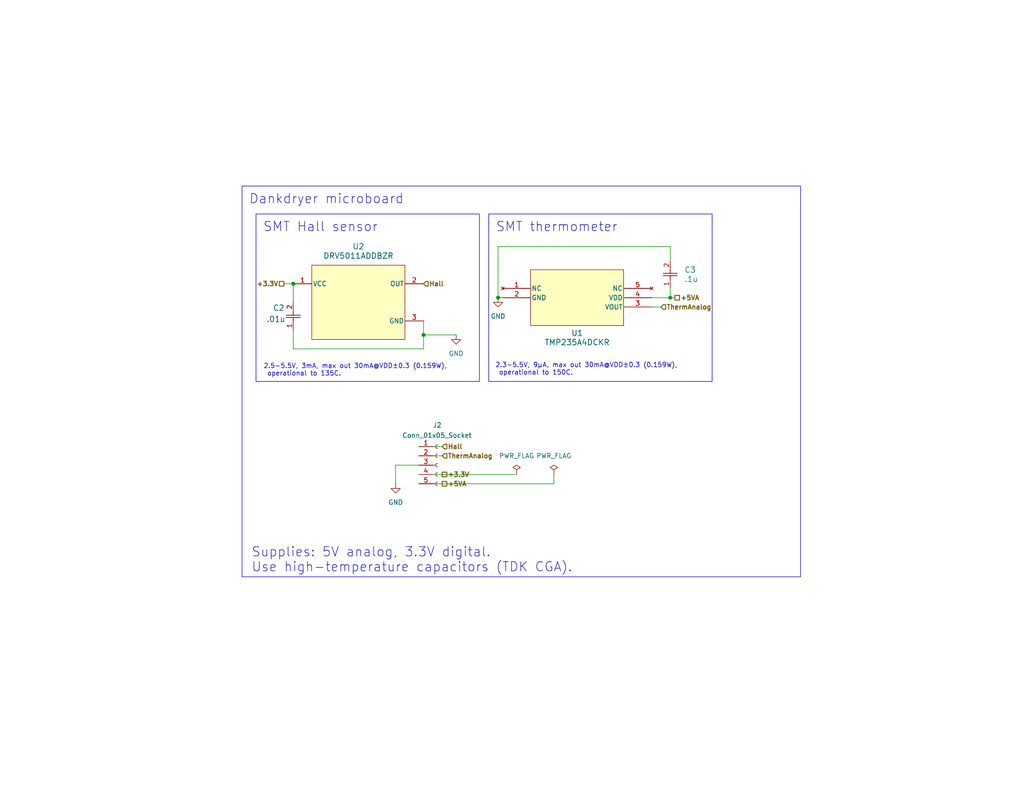
<source format=kicad_sch>
(kicad_sch (version 20231120) (generator "eeschema") (generator_version "8.0")
  (paper "USLetter")
  (title_block (title "dankdryer microboard") (date "2025-01-09") (rev "v1.2.0") (company "dirty south supercomputing") (comment 1 "nick black"))
  (lib_symbols
    (symbol "Connector:Conn_01x05_Socket" (pin_names (offset 1.016) hide)
      (property "Reference" "J" (at 0 7.62 0))
      (property "Value" "Conn_01x05_Socket" (at 0 -7.62 0))
      (symbol "Conn_01x05_Socket_1_1"
        (arc (start 0 -4.572) (mid -0.5058 -5.08) (end 0 -5.588) (stroke (width 0.1524)))
        (arc (start 0 -2.032) (mid -0.5058 -2.54) (end 0 -3.048) (stroke (width 0.1524)))
        (polyline (pts (xy -1.27 -5.08) (xy -0.508 -5.08)) (stroke (width 0.1524)))
        (polyline (pts (xy -1.27 -2.54) (xy -0.508 -2.54)) (stroke (width 0.1524)))
        (polyline (pts (xy -1.27 0) (xy -0.508 0)) (stroke (width 0.1524)))
        (polyline (pts (xy -1.27 2.54) (xy -0.508 2.54)) (stroke (width 0.1524)))
        (polyline (pts (xy -1.27 5.08) (xy -0.508 5.08)) (stroke (width 0.1524)))
        (arc (start 0 0.508) (mid -0.5058 0) (end 0 -0.508) (stroke (width 0.1524)))
        (arc (start 0 3.048) (mid -0.5058 2.54) (end 0 2.032) (stroke (width 0.1524)))
        (arc (start 0 5.588) (mid -0.5058 5.08) (end 0 4.572) (stroke (width 0.1524)))
        (pin passive line (at -5.08 5.08 0) (length 3.81) (name "Pin_1") (number "1"))
        (pin passive line (at -5.08 2.54 0) (length 3.81) (name "Pin_2") (number "2"))
        (pin passive line (at -5.08 0 0) (length 3.81) (name "Pin_3") (number "3"))
        (pin passive line (at -5.08 -2.54 0) (length 3.81) (name "Pin_4") (number "4"))
        (pin passive line (at -5.08 -5.08 0) (length 3.81) (name "Pin_5") (number "5"))
      )
    )
    (symbol "dank:CGA5L2NP01H104J160AA" (pin_names (offset 0.254))
      (property "Reference" "C3" (at 5.0801 -3.81 90))
      (property "Value" ".1u" (at 2.5401 -3.81 90))
      (symbol "CGA5L2NP01H104J160AA_1_1"
        (polyline (pts (xy 2.54 0) (xy 3.4798 0)) (stroke (width 0.2032)))
        (polyline (pts (xy 3.4798 -1.905) (xy 3.4798 1.905)) (stroke (width 0.2032)))
        (polyline (pts (xy 4.1148 -1.905) (xy 4.1148 1.905)) (stroke (width 0.2032)))
        (polyline (pts (xy 4.1148 0) (xy 5.08 0)) (stroke (width 0.2032)))
        (pin passive line (at 0 0 0) (length 2.54) (name "") (number "1"))
        (pin passive line (at 7.62 0 180) (length 2.54) (name "") (number "2"))
      )
      (symbol "CGA5L2NP01H104J160AA_1_2"
        (polyline (pts (xy -1.905 -4.1148) (xy 1.905 -4.1148)) (stroke (width 0.2032)))
        (polyline (pts (xy -1.905 -3.4798) (xy 1.905 -3.4798)) (stroke (width 0.2032)))
        (polyline (pts (xy 0 -4.1148) (xy 0 -5.08)) (stroke (width 0.2032)))
        (polyline (pts (xy 0 -2.54) (xy 0 -3.4798)) (stroke (width 0.2032)))
        (pin passive line (at 0 0 270) (length 2.54) (name "") (number "1"))
        (pin passive line (at 0 -7.62 90) (length 2.54) (name "") (number "2"))
      )
    )
    (symbol "dank:DRV5011ADDBZR" (pin_names (offset 0.254))
      (property "Reference" "U" (at 0 2.54 0))
      (property "Value" "DRV5011ADDBZR" (at 0 0 0))
      (symbol "DRV5011ADDBZR_0_1"
        (pin power_in line (at -17.78 5.08 0) (length 5.08) (name "VCC") (number "1"))
        (pin output line (at 17.78 5.08 180) (length 5.08) (name "OUT") (number "2"))
        (pin power_in line (at 17.78 -5.08 180) (length 5.08) (name "GND") (number "3"))
      )
      (symbol "DRV5011ADDBZR_1_1"
        (rectangle (start -12.7 10.16) (end 12.7 -10.16) (fill (type background)))
      )
    )
    (symbol "dank:TMP235A4DCKR" (pin_names (offset 0.254))
      (property "Reference" "U1" (at 20.32 10.16 0))
      (property "Value" "TMP235A4DCKR" (at 20.32 7.62 0))
      (symbol "TMP235A4DCKR_0_1"
        (rectangle (start 7.62 5.08) (end 33.02 -10.16) (fill (type background)))
        (pin no_connect line (at 0 0 0) (length 7.62) (name "NC") (number "1"))
        (pin power_out line (at 0 -2.54 0) (length 7.62) (name "GND") (number "2"))
        (pin output line (at 40.64 -5.08 180) (length 7.62) (name "VOUT") (number "3"))
        (pin power_in line (at 40.64 -2.54 180) (length 7.62) (name "VDD") (number "4"))
        (pin no_connect line (at 40.64 0 180) (length 7.62) (name "NC") (number "5"))
      )
    )
    (symbol "power:GND" (power) (pin_numbers hide) (pin_names (offset 0) hide)
      (property "Value" "GND" (at 0 -3.81 0))
      (symbol "GND_0_1"
        (polyline (pts (xy 0 0) (xy 0 -1.27) (xy 1.27 -1.27) (xy 0 -2.54) (xy -1.27 -1.27) (xy 0 -1.27)))
      )
      (symbol "GND_1_1"
        (pin power_in line (at 0 0 270) (length 0) (name "~") (number "1"))
      )
    )
    (symbol "power:PWR_FLAG" (power) (pin_numbers hide) (pin_names (offset 0) hide)
      (property "Value" "PWR_FLAG" (at 0 3.81 0))
      (symbol "PWR_FLAG_0_0"
        (pin power_out line (at 0 0 90) (length 0) (name "~") (number "1"))
      )
      (symbol "PWR_FLAG_0_1"
        (polyline (pts (xy 0 0) (xy 0 1.27) (xy -1.016 1.905) (xy 0 2.54) (xy 1.016 1.905) (xy 0 1.27)))
      )
    )
  )
  (junction (at 80.01 77.47))
  (junction (at 135.89 81.28))
  (junction (at 115.57 91.44))
  (junction (at 182.88 81.28))
  (wire (pts (xy 114.3 127) (xy 107.95 127)))
  (wire (pts (xy 115.57 91.44) (xy 115.57 95.25)))
  (wire (pts (xy 114.3 132.08) (xy 151.13 132.08)))
  (wire (pts (xy 137.16 81.28) (xy 135.89 81.28)))
  (wire (pts (xy 114.3 124.46) (xy 120.65 124.46)))
  (wire (pts (xy 177.8 81.28) (xy 182.88 81.28)))
  (wire (pts (xy 135.89 81.28) (xy 135.89 67.31)))
  (wire (pts (xy 114.3 121.92) (xy 120.65 121.92)))
  (wire (pts (xy 182.88 67.31) (xy 182.88 71.12)))
  (wire (pts (xy 177.8 83.82) (xy 180.34 83.82)))
  (wire (pts (xy 80.01 77.47) (xy 80.01 82.55)))
  (wire (pts (xy 114.3 129.54) (xy 140.97 129.54)))
  (wire (pts (xy 77.47 77.47) (xy 80.01 77.47)))
  (wire (pts (xy 182.88 81.28) (xy 184.15 81.28)))
  (wire (pts (xy 107.95 127) (xy 107.95 132.08)))
  (wire (pts (xy 115.57 91.44) (xy 124.46 91.44)))
  (wire (pts (xy 182.88 78.74) (xy 182.88 81.28)))
  (wire (pts (xy 80.01 90.17) (xy 80.01 95.25)))
  (wire (pts (xy 151.13 129.54) (xy 151.13 132.08)))
  (wire (pts (xy 135.89 67.31) (xy 182.88 67.31)))
  (wire (pts (xy 115.57 95.25) (xy 80.01 95.25)))
  (wire (pts (xy 115.57 87.63) (xy 115.57 91.44)))
  (text_box "SMT thermometer" (at 133.35 58.42 0) (size 60.96 45.72) (effects (font (size 2.54 2.54)) (justify left top)))
  (text_box "Dankdryer microboard" (at 66.04 50.8 0) (size 152.4 106.68) (effects (font (size 2.54 2.54)) (justify left top)))
  (text_box "SMT Hall sensor" (at 69.85 58.42 0) (size 60.96 45.72) (effects (font (size 2.54 2.54)) (justify left top)))
  (text "Supplies: 5V analog, 3.3V digital.\nUse high-temperature capacitors (TDK CGA)." (at 68.58 152.908 0) (effects (font (size 2.54 2.54)) (justify left)))
  (text "2.5-5.5V, 3mA, max out 30mA@VDD±0.3 (0.159W),\n operational to 135C." (at 71.882 101.092 0) (effects (font (size 1.27 1.27)) (justify left)))
  (text "2.3-5.5V, 9µA, max out 30mA@VDD±0.3 (0.159W),\n operational to 150C." (at 135.128 100.838 0) (effects (font (size 1.27 1.27)) (justify left)))
  (hierarchical_label "+5VA" (shape passive) (at 184.15 81.28 0) (effects (font (thickness 0.254) (bold yes))))
  (hierarchical_label "ThermAnalog" (shape input) (at 180.34 83.82 0) (effects (font (thickness 0.254) (bold yes))))
  (hierarchical_label "+3.3V" (shape passive) (at 120.65 129.54 0) (effects (font (thickness 0.254) (bold yes))))
  (hierarchical_label "+5VA" (shape passive) (at 120.65 132.08 0) (effects (font (thickness 0.254) (bold yes))))
  (hierarchical_label "+3.3V" (shape passive) (at 77.47 77.47 180) (effects (font (thickness 0.254) (bold yes))))
  (hierarchical_label "ThermAnalog" (shape input) (at 120.65 124.46 0) (effects (font (thickness 0.254) (bold yes))))
  (hierarchical_label "Hall" (shape input) (at 115.57 77.47 0) (effects (font (thickness 0.254) (bold yes))))
  (hierarchical_label "Hall" (shape input) (at 120.65 121.92 0) (effects (font (thickness 0.254) (bold yes))))
  (symbol (lib_id "power:GND") (at 124.46 91.44 0) (mirror y) (unit 1)
    (property "Reference" "#PWR01" (effects (hide yes)))
    (property "Value" "GND" (at 124.46 96.52 0))
    (property "Description" "Power symbol creates a global label with name \"GND\" , ground" (effects (hide yes)))
  )
  (symbol (lib_id "dank:TMP235A4DCKR") (at 137.16 78.74 0) (unit 1)
    (property "Reference" "U1" (at 157.48 90.932 0) (effects (font (size 1.524 1.524))))
    (property "Value" "TMP235A4DCKR" (at 157.48 93.472 0) (effects (font (size 1.524 1.524))))
    (property "Footprint" "dank:DCK5_TEX" (effects (hide yes)))
    (property "Datasheet" "https://www.ti.com/lit/ds/symlink/tmp235.pdf?HQS=dis-dk-null-digikeymode-dsf-pf-null-wwe&ts=1734930484939" (effects (hide yes)))
    (property "Description" "Analog output temperature sensor" (effects (hide yes)))
  )
  (symbol (lib_id "power:GND") (at 107.95 132.08 0) (mirror y) (unit 1)
    (property "Reference" "#PWR02" (effects (hide yes)))
    (property "Value" "GND" (at 107.95 137.16 0))
    (property "Description" "Power symbol creates a global label with name \"GND\" , ground" (effects (hide yes)))
  )
  (symbol (lib_id "power:GND") (at 135.89 81.28 0) (mirror y) (unit 1)
    (property "Reference" "#PWR03" (effects (hide yes)))
    (property "Value" "GND" (at 135.89 86.36 0))
    (property "Description" "Power symbol creates a global label with name \"GND\" , ground" (effects (hide yes)))
  )
  (symbol (lib_id "power:PWR_FLAG") (at 151.13 129.54 0) (unit 1)
    (property "Reference" "#FLG02" (effects (hide yes)))
    (property "Value" "PWR_FLAG" (at 151.13 124.46 0))
    (property "Description" "Special symbol for telling ERC where power comes from" (effects (hide yes)))
  )
  (symbol (lib_id "power:PWR_FLAG") (at 140.97 129.54 0) (unit 1)
    (property "Reference" "#FLG01" (effects (hide yes)))
    (property "Value" "PWR_FLAG" (at 140.97 124.46 0))
    (property "Description" "Special symbol for telling ERC where power comes from" (effects (hide yes)))
  )
  (symbol (lib_id "dank:CGA5L2NP01H104J160AA") (at 80.01 90.17 90) (unit 1)
    (property "Reference" "C2" (at 74.422 84.074 90) (effects (font (size 1.524 1.524)) (justify right)))
    (property "Value" ".01u" (at 72.644 87.122 90) (effects (font (size 1.524 1.524)) (justify right)))
    (property "Footprint" "dank:CAP_3216_TDK" (effects (hide yes)))
    (property "Datasheet" "CGA5L2NP01H104J160AA" (effects (hide yes)))
    (property "Description" "High-temperature 1206 ceramic capacitor" (effects (hide yes)))
  )
  (symbol (lib_id "Connector:Conn_01x05_Socket") (at 119.38 127 0) (unit 1)
    (property "Reference" "J2" (at 118.11 116.078 0) (effects (justify left)))
    (property "Value" "Conn_01x05_Socket" (at 109.728 118.872 0) (effects (justify left)))
    (property "Footprint" "Connector_PinSocket_1.00mm:PinSocket_1x05_P1.00mm_Vertical" (effects (hide yes)))
    (property "Description" "Generic connector, single row, 01x05, script generated" (effects (hide yes)))
  )
  (symbol (lib_id "dank:DRV5011ADDBZR") (at 97.79 82.55 0) (unit 1)
    (property "Reference" "U2" (at 97.79 67.31 0) (effects (font (size 1.524 1.524))))
    (property "Value" "DRV5011ADDBZR" (at 97.79 69.85 0) (effects (font (size 1.524 1.524))))
    (property "Footprint" "dank:DBZ0003A_L" (effects (hide yes)))
    (property "Datasheet" "https://www.ti.com/lit/ds/symlink/drv5011.pdf?HQS=dis-dk-null-digikeymode-dsf-pf-null-wwe&ts=1734941122314" (effects (hide yes)))
    (property "Description" "Digital-latch Hall effect sensor" (effects (hide yes)))
  )
  (symbol (lib_id "dank:CGA5L2NP01H104J160AA") (at 182.88 78.74 90) (unit 1)
    (property "Reference" "C3" (at 186.69 73.6599 90) (effects (font (size 1.524 1.524)) (justify right)))
    (property "Value" ".1u" (at 186.69 76.1999 90) (effects (font (size 1.524 1.524)) (justify right)))
    (property "Footprint" "dank:CAP_3216_TDK" (effects (hide yes)))
    (property "Datasheet" "CGA5L2NP01H104J160AA" (effects (hide yes)))
    (property "Description" "High-temperature 1206 ceramic capacitor" (effects (hide yes)))
  )
)
</source>
